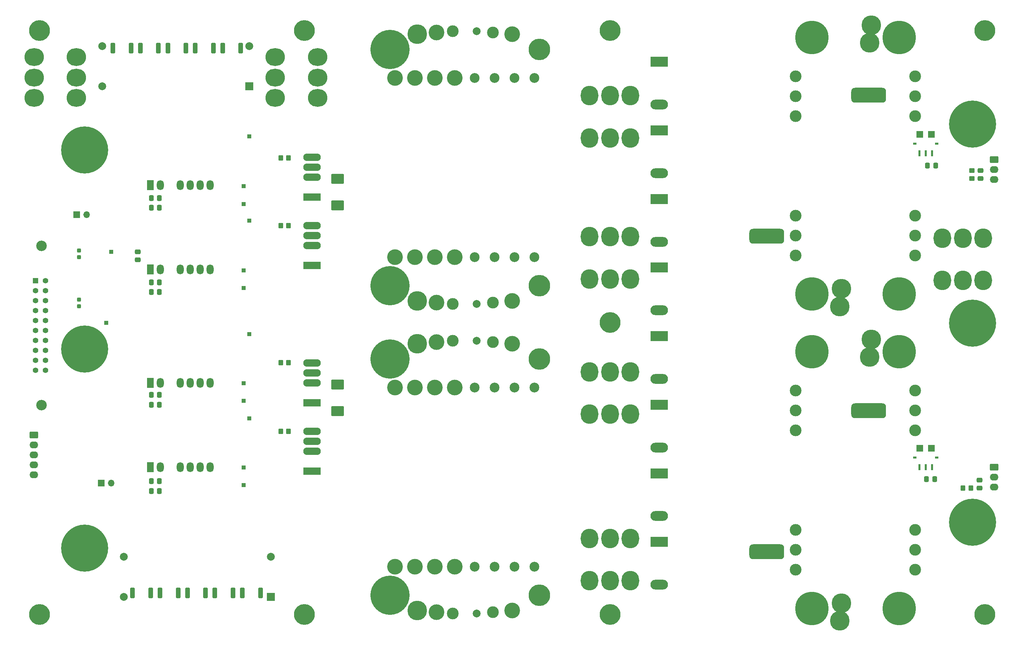
<source format=gbr>
%TF.GenerationSoftware,KiCad,Pcbnew,7.0.6*%
%TF.CreationDate,2023-08-12T12:52:26-07:00*%
%TF.ProjectId,Aux Power Supply V5,41757820-506f-4776-9572-20537570706c,rev?*%
%TF.SameCoordinates,Original*%
%TF.FileFunction,Soldermask,Bot*%
%TF.FilePolarity,Negative*%
%FSLAX46Y46*%
G04 Gerber Fmt 4.6, Leading zero omitted, Abs format (unit mm)*
G04 Created by KiCad (PCBNEW 7.0.6) date 2023-08-12 12:52:26*
%MOMM*%
%LPD*%
G01*
G04 APERTURE LIST*
G04 Aperture macros list*
%AMRoundRect*
0 Rectangle with rounded corners*
0 $1 Rounding radius*
0 $2 $3 $4 $5 $6 $7 $8 $9 X,Y pos of 4 corners*
0 Add a 4 corners polygon primitive as box body*
4,1,4,$2,$3,$4,$5,$6,$7,$8,$9,$2,$3,0*
0 Add four circle primitives for the rounded corners*
1,1,$1+$1,$2,$3*
1,1,$1+$1,$4,$5*
1,1,$1+$1,$6,$7*
1,1,$1+$1,$8,$9*
0 Add four rect primitives between the rounded corners*
20,1,$1+$1,$2,$3,$4,$5,0*
20,1,$1+$1,$4,$5,$6,$7,0*
20,1,$1+$1,$6,$7,$8,$9,0*
20,1,$1+$1,$8,$9,$2,$3,0*%
G04 Aperture macros list end*
%ADD10R,4.500000X2.500000*%
%ADD11O,4.500000X2.500000*%
%ADD12C,5.300000*%
%ADD13O,4.500000X5.000000*%
%ADD14R,1.000000X1.000000*%
%ADD15R,1.700000X1.700000*%
%ADD16O,1.700000X1.700000*%
%ADD17O,5.000000X4.500000*%
%ADD18R,4.500000X1.905000*%
%ADD19O,4.500000X1.905000*%
%ADD20C,12.000000*%
%ADD21R,1.800000X2.540000*%
%ADD22O,1.800000X2.540000*%
%ADD23R,2.006600X2.006600*%
%ADD24C,2.006600*%
%ADD25RoundRect,0.952500X3.492500X0.952500X-3.492500X0.952500X-3.492500X-0.952500X3.492500X-0.952500X0*%
%ADD26RoundRect,0.250000X-0.845000X0.620000X-0.845000X-0.620000X0.845000X-0.620000X0.845000X0.620000X0*%
%ADD27O,2.190000X1.740000*%
%ADD28C,2.000000*%
%ADD29C,3.000000*%
%ADD30C,4.000000*%
%ADD31C,5.500000*%
%ADD32C,2.500000*%
%ADD33C,10.000000*%
%ADD34C,5.000000*%
%ADD35C,2.690000*%
%ADD36R,1.398000X1.398000*%
%ADD37C,1.398000*%
%ADD38C,8.500000*%
%ADD39RoundRect,0.250000X0.475000X-0.337500X0.475000X0.337500X-0.475000X0.337500X-0.475000X-0.337500X0*%
%ADD40RoundRect,0.237500X0.237500X-0.300000X0.237500X0.300000X-0.237500X0.300000X-0.237500X-0.300000X0*%
%ADD41RoundRect,0.250000X0.362500X1.075000X-0.362500X1.075000X-0.362500X-1.075000X0.362500X-1.075000X0*%
%ADD42R,0.500000X1.600000*%
%ADD43R,0.900000X0.600000*%
%ADD44R,1.800000X1.700000*%
%ADD45RoundRect,0.250000X-0.337500X-0.475000X0.337500X-0.475000X0.337500X0.475000X-0.337500X0.475000X0*%
%ADD46RoundRect,0.250000X0.350000X0.450000X-0.350000X0.450000X-0.350000X-0.450000X0.350000X-0.450000X0*%
%ADD47RoundRect,0.250000X1.400000X1.000000X-1.400000X1.000000X-1.400000X-1.000000X1.400000X-1.000000X0*%
%ADD48RoundRect,0.250000X-0.475000X0.337500X-0.475000X-0.337500X0.475000X-0.337500X0.475000X0.337500X0*%
%ADD49RoundRect,0.250000X-0.362500X-1.075000X0.362500X-1.075000X0.362500X1.075000X-0.362500X1.075000X0*%
%ADD50RoundRect,0.250000X-0.450000X0.350000X-0.450000X-0.350000X0.450000X-0.350000X0.450000X0.350000X0*%
%ADD51RoundRect,0.237500X-0.237500X0.300000X-0.237500X-0.300000X0.237500X-0.300000X0.237500X0.300000X0*%
G04 APERTURE END LIST*
D10*
%TO.C,R36*%
X240500000Y-177000000D03*
D11*
X240500000Y-187900000D03*
%TD*%
D12*
%TO.C,H4*%
X323600000Y-213000000D03*
%TD*%
%TO.C,H8*%
X228000000Y-64000000D03*
%TD*%
D13*
%TO.C,J9*%
X222790000Y-116600000D03*
X222790000Y-127400000D03*
X228000000Y-116600000D03*
X228000000Y-127400000D03*
X233210000Y-116600000D03*
X233210000Y-127400000D03*
%TD*%
%TO.C,J8*%
X222790000Y-80600000D03*
X222790000Y-91400000D03*
X228000000Y-80600000D03*
X228000000Y-91400000D03*
X233210000Y-80600000D03*
X233210000Y-91400000D03*
%TD*%
D14*
%TO.C,TP13*%
X136000000Y-91000000D03*
%TD*%
D15*
%TO.C,JP2*%
X91975000Y-111000000D03*
D16*
X94515000Y-111000000D03*
%TD*%
D14*
%TO.C,TP10*%
X134500000Y-129750000D03*
%TD*%
D12*
%TO.C,H1*%
X82500000Y-64000000D03*
%TD*%
D17*
%TO.C,J1*%
X142600000Y-81210000D03*
X153400000Y-81210000D03*
X142600000Y-76000000D03*
X153400000Y-76000000D03*
X142600000Y-70790000D03*
X153400000Y-70790000D03*
%TD*%
D12*
%TO.C,H12*%
X150000000Y-213000000D03*
%TD*%
D10*
%TO.C,D12*%
X240500000Y-194500000D03*
D11*
X240500000Y-205400000D03*
%TD*%
D14*
%TO.C,TP5*%
X134500000Y-103750000D03*
%TD*%
%TO.C,TP9*%
X134500000Y-108250000D03*
%TD*%
D18*
%TO.C,Q1*%
X151990000Y-106480000D03*
D19*
X151990000Y-101400000D03*
X151990000Y-98860000D03*
X151990000Y-96320000D03*
%TD*%
D10*
%TO.C,R33*%
X240500000Y-72000000D03*
D11*
X240500000Y-82900000D03*
%TD*%
D20*
%TO.C,H13*%
X320500000Y-189500200D03*
%TD*%
D21*
%TO.C,U3*%
X110760000Y-103500000D03*
D22*
X113300000Y-103500000D03*
X118380000Y-103500000D03*
X120920000Y-103500000D03*
X123460000Y-103500000D03*
X126000000Y-103500000D03*
%TD*%
D14*
%TO.C,TP8*%
X134500000Y-175500000D03*
%TD*%
%TO.C,TP12*%
X134500000Y-180000000D03*
%TD*%
D21*
%TO.C,U4*%
X110760000Y-124960000D03*
D22*
X113300000Y-124960000D03*
X118380000Y-124960000D03*
X120920000Y-124960000D03*
X123460000Y-124960000D03*
X126000000Y-124960000D03*
%TD*%
D23*
%TO.C,C19*%
X136000000Y-78200000D03*
D24*
X136000000Y-68000000D03*
X98499997Y-78200000D03*
X98499997Y-68000000D03*
%TD*%
D14*
%TO.C,TP4*%
X100750000Y-120500000D03*
%TD*%
D23*
%TO.C,C20*%
X141500000Y-208500000D03*
D24*
X141500000Y-198300000D03*
X103999997Y-208500000D03*
X103999997Y-198300000D03*
%TD*%
D20*
%TO.C,H5*%
X320500000Y-138700200D03*
%TD*%
D15*
%TO.C,JP1*%
X98225000Y-179500000D03*
D16*
X100765000Y-179500000D03*
%TD*%
D25*
%TO.C,L2*%
X268000000Y-197000000D03*
X294000000Y-161000000D03*
%TD*%
D26*
%TO.C,J3*%
X325980000Y-96960000D03*
D27*
X325980000Y-99500000D03*
X325980000Y-102040000D03*
%TD*%
D18*
%TO.C,Q3*%
X151990000Y-158980000D03*
D19*
X151990000Y-153900000D03*
X151990000Y-151360000D03*
X151990000Y-148820000D03*
%TD*%
D13*
%TO.C,J10*%
X222790000Y-151100000D03*
X222790000Y-161900000D03*
X228000000Y-151100000D03*
X228000000Y-161900000D03*
X233210000Y-151100000D03*
X233210000Y-161900000D03*
%TD*%
D12*
%TO.C,H3*%
X323600000Y-64000000D03*
%TD*%
D20*
%TO.C,H15*%
X94000000Y-145250200D03*
%TD*%
D10*
%TO.C,D10*%
X240500000Y-124500000D03*
D11*
X240500000Y-135400000D03*
%TD*%
D14*
%TO.C,TP1*%
X99500000Y-138600000D03*
%TD*%
D28*
%TO.C,T2*%
X193980386Y-212772500D03*
D29*
X198124454Y-212397500D03*
D30*
X203021116Y-212022500D03*
D31*
X209980000Y-208125000D03*
D32*
X193470000Y-200822500D03*
X198550000Y-200822500D03*
X203630000Y-200822500D03*
X208710000Y-200822500D03*
X193470000Y-155102500D03*
X198550000Y-155102500D03*
X203630000Y-155102500D03*
X208710000Y-155102500D03*
D31*
X209980000Y-147800000D03*
D30*
X203021116Y-143902500D03*
D29*
X198124454Y-143527500D03*
D28*
X193980386Y-143152500D03*
D30*
X173150000Y-155102500D03*
X178230000Y-155102500D03*
X183310000Y-155102500D03*
X188390000Y-155102500D03*
D33*
X171880000Y-147800000D03*
D34*
X178838884Y-143902500D03*
D30*
X183735546Y-143527500D03*
D29*
X187879614Y-143152500D03*
X187879614Y-212772500D03*
D30*
X183735546Y-212397500D03*
D34*
X178838884Y-212022500D03*
D33*
X171880000Y-208125000D03*
D30*
X173150000Y-200822500D03*
X178230000Y-200822500D03*
X183310000Y-200822500D03*
X188390000Y-200822500D03*
%TD*%
D18*
%TO.C,Q2*%
X151990000Y-123980000D03*
D19*
X151990000Y-118900000D03*
X151990000Y-116360000D03*
X151990000Y-113820000D03*
%TD*%
D25*
%TO.C,L2*%
X268000000Y-116500000D03*
X294000000Y-80500000D03*
%TD*%
D13*
%TO.C,J11*%
X222790000Y-193600000D03*
X222790000Y-204400000D03*
X228000000Y-193600000D03*
X228000000Y-204400000D03*
X233210000Y-193600000D03*
X233210000Y-204400000D03*
%TD*%
D18*
%TO.C,Q4*%
X151990000Y-176480000D03*
D19*
X151990000Y-171400000D03*
X151990000Y-168860000D03*
X151990000Y-166320000D03*
%TD*%
D10*
%TO.C,D11*%
X240500000Y-159500000D03*
D11*
X240500000Y-170400000D03*
%TD*%
D10*
%TO.C,D9*%
X240500000Y-89500000D03*
D11*
X240500000Y-100400000D03*
%TD*%
D26*
%TO.C,J4*%
X81000000Y-167210000D03*
D27*
X81000000Y-169750000D03*
X81000000Y-172290000D03*
X81000000Y-174830000D03*
X81000000Y-177370000D03*
%TD*%
D17*
%TO.C,J6*%
X81100000Y-81210000D03*
X91900000Y-81210000D03*
X81100000Y-76000000D03*
X91900000Y-76000000D03*
X81100000Y-70790000D03*
X91900000Y-70790000D03*
%TD*%
D10*
%TO.C,R35*%
X240500000Y-142000000D03*
D11*
X240500000Y-152900000D03*
%TD*%
D20*
%TO.C,H7*%
X94000000Y-196050200D03*
%TD*%
D14*
%TO.C,TP15*%
X136000000Y-141500000D03*
%TD*%
D35*
%TO.C,J5*%
X82985000Y-118967500D03*
X82985000Y-159607500D03*
D36*
X81465000Y-127857500D03*
D37*
X84005000Y-127857500D03*
X81465000Y-130397500D03*
X84005000Y-130397500D03*
X81465000Y-132937500D03*
X84005000Y-132937500D03*
X81465000Y-135477500D03*
X84005000Y-135477500D03*
X81465000Y-138017500D03*
X84005000Y-138017500D03*
X81465000Y-140557500D03*
X84005000Y-140557500D03*
X81465000Y-143097500D03*
X84005000Y-143097500D03*
X81465000Y-145637500D03*
X84005000Y-145637500D03*
X81465000Y-148177500D03*
X84005000Y-148177500D03*
X81465000Y-150717500D03*
X84005000Y-150717500D03*
%TD*%
D20*
%TO.C,H6*%
X320500000Y-87900200D03*
%TD*%
D21*
%TO.C,U6*%
X110760000Y-175460000D03*
D22*
X113300000Y-175460000D03*
X118380000Y-175460000D03*
X120920000Y-175460000D03*
X123460000Y-175460000D03*
X126000000Y-175460000D03*
%TD*%
D34*
%TO.C,L1*%
X286613706Y-134412500D03*
D38*
X279500000Y-131250000D03*
D34*
X287027489Y-129911480D03*
D29*
X275372500Y-121372500D03*
X275372500Y-116292500D03*
X275372500Y-111212500D03*
X275372500Y-85812500D03*
X275372500Y-80732500D03*
X275372500Y-75652500D03*
D38*
X279500000Y-65775000D03*
X301725000Y-131250000D03*
D29*
X305852500Y-121372500D03*
X305852500Y-116292500D03*
X305852500Y-111212500D03*
X305852500Y-85812500D03*
X305852500Y-80732500D03*
X305852500Y-75652500D03*
D34*
X294197511Y-67113520D03*
D38*
X301725000Y-65775000D03*
D34*
X294611294Y-62612500D03*
%TD*%
D14*
%TO.C,TP16*%
X136000000Y-163000000D03*
%TD*%
D10*
%TO.C,R34*%
X240500000Y-107000000D03*
D11*
X240500000Y-117900000D03*
%TD*%
D21*
%TO.C,U5*%
X110760000Y-153960000D03*
D22*
X113300000Y-153960000D03*
X118380000Y-153960000D03*
X120920000Y-153960000D03*
X123460000Y-153960000D03*
X126000000Y-153960000D03*
%TD*%
D14*
%TO.C,TP7*%
X134500000Y-154000000D03*
%TD*%
%TO.C,TP6*%
X134500000Y-125250000D03*
%TD*%
%TO.C,TP14*%
X136000000Y-112500000D03*
%TD*%
D20*
%TO.C,H14*%
X94000000Y-94450200D03*
%TD*%
D26*
%TO.C,J12*%
X326000000Y-175460000D03*
D27*
X326000000Y-178000000D03*
X326000000Y-180540000D03*
%TD*%
D14*
%TO.C,TP11*%
X134500000Y-158500000D03*
%TD*%
D12*
%TO.C,H9*%
X228000000Y-138500000D03*
%TD*%
D28*
%TO.C,T1*%
X193980386Y-133772500D03*
D29*
X198124454Y-133397500D03*
D30*
X203021116Y-133022500D03*
D31*
X209980000Y-129125000D03*
D32*
X193470000Y-121822500D03*
X198550000Y-121822500D03*
X203630000Y-121822500D03*
X208710000Y-121822500D03*
X193470000Y-76102500D03*
X198550000Y-76102500D03*
X203630000Y-76102500D03*
X208710000Y-76102500D03*
D31*
X209980000Y-68800000D03*
D30*
X203021116Y-64902500D03*
D29*
X198124454Y-64527500D03*
D28*
X193980386Y-64152500D03*
D30*
X173150000Y-76102500D03*
X178230000Y-76102500D03*
X183310000Y-76102500D03*
X188390000Y-76102500D03*
D33*
X171880000Y-68800000D03*
D34*
X178838884Y-64902500D03*
D30*
X183735546Y-64527500D03*
D29*
X187879614Y-64152500D03*
X187879614Y-133772500D03*
D30*
X183735546Y-133397500D03*
D34*
X178838884Y-133022500D03*
D33*
X171880000Y-129125000D03*
D30*
X173150000Y-121822500D03*
X178230000Y-121822500D03*
X183310000Y-121822500D03*
X188390000Y-121822500D03*
%TD*%
D12*
%TO.C,H11*%
X150000000Y-64000000D03*
%TD*%
%TO.C,H2*%
X82500000Y-213000000D03*
%TD*%
%TO.C,H10*%
X228000000Y-213000000D03*
%TD*%
D34*
%TO.C,L2*%
X286613706Y-214637500D03*
D38*
X279500000Y-211475000D03*
D34*
X287027489Y-210136480D03*
D29*
X275372500Y-201597500D03*
X275372500Y-196517500D03*
X275372500Y-191437500D03*
X275372500Y-166037500D03*
X275372500Y-160957500D03*
X275372500Y-155877500D03*
D38*
X279500000Y-146000000D03*
X301725000Y-211475000D03*
D29*
X305852500Y-201597500D03*
X305852500Y-196517500D03*
X305852500Y-191437500D03*
X305852500Y-166037500D03*
X305852500Y-160957500D03*
X305852500Y-155877500D03*
D34*
X294197511Y-147338520D03*
D38*
X301725000Y-146000000D03*
D34*
X294611294Y-142837500D03*
%TD*%
D13*
%TO.C,J2*%
X323210000Y-127800000D03*
X323210000Y-117000000D03*
X318000000Y-127800000D03*
X318000000Y-117000000D03*
X312790000Y-127800000D03*
X312790000Y-117000000D03*
%TD*%
D39*
%TO.C,C91*%
X107500000Y-122537500D03*
X107500000Y-120462500D03*
%TD*%
D40*
%TO.C,C84*%
X92500000Y-134362500D03*
X92500000Y-132637500D03*
%TD*%
D41*
%TO.C,R18*%
X105812500Y-68500000D03*
X101187500Y-68500000D03*
%TD*%
D42*
%TO.C,IC1*%
X310100000Y-95350000D03*
X308500000Y-95350000D03*
X306900000Y-95350000D03*
D43*
X305700000Y-92850000D03*
D44*
X307000000Y-90500000D03*
X310000000Y-90500000D03*
D43*
X311300000Y-92850000D03*
%TD*%
D41*
%TO.C,R1*%
X138812500Y-207500000D03*
X134187500Y-207500000D03*
%TD*%
D45*
%TO.C,C27*%
X110962500Y-128250000D03*
X113037500Y-128250000D03*
%TD*%
D46*
%TO.C,R44*%
X320000000Y-180750000D03*
X318000000Y-180750000D03*
%TD*%
D47*
%TO.C,D6*%
X158500000Y-154350000D03*
X158500000Y-161150000D03*
%TD*%
D41*
%TO.C,R5*%
X110812500Y-207500000D03*
X106187500Y-207500000D03*
%TD*%
D48*
%TO.C,C16*%
X322500000Y-99712500D03*
X322500000Y-101787500D03*
%TD*%
D49*
%TO.C,R2*%
X127187500Y-207500000D03*
X131812500Y-207500000D03*
%TD*%
D45*
%TO.C,C24*%
X110962500Y-159500000D03*
X113037500Y-159500000D03*
%TD*%
D46*
%TO.C,FB3*%
X146000000Y-148750000D03*
X144000000Y-148750000D03*
%TD*%
D50*
%TO.C,R43*%
X320250000Y-99750000D03*
X320250000Y-101750000D03*
%TD*%
D46*
%TO.C,FB4*%
X146000000Y-166250000D03*
X144000000Y-166250000D03*
%TD*%
D39*
%TO.C,C86*%
X322250000Y-180787500D03*
X322250000Y-178712500D03*
%TD*%
D49*
%TO.C,R17*%
X108187500Y-68500000D03*
X112812500Y-68500000D03*
%TD*%
D41*
%TO.C,R12*%
X133812500Y-68500000D03*
X129187500Y-68500000D03*
%TD*%
D42*
%TO.C,IC2*%
X310100000Y-175450000D03*
X308500000Y-175450000D03*
X306900000Y-175450000D03*
D43*
X305700000Y-172950000D03*
D44*
X307000000Y-170600000D03*
X310000000Y-170600000D03*
D43*
X311300000Y-172950000D03*
%TD*%
D46*
%TO.C,FB2*%
X146000000Y-113750000D03*
X144000000Y-113750000D03*
%TD*%
D49*
%TO.C,R4*%
X113187500Y-207500000D03*
X117812500Y-207500000D03*
%TD*%
D45*
%TO.C,C87*%
X308712500Y-178500000D03*
X310787500Y-178500000D03*
%TD*%
D47*
%TO.C,D8*%
X158500000Y-101850000D03*
X158500000Y-108650000D03*
%TD*%
D41*
%TO.C,R16*%
X119812500Y-68500000D03*
X115187500Y-68500000D03*
%TD*%
D45*
%TO.C,C28*%
X110962500Y-157000000D03*
X113037500Y-157000000D03*
%TD*%
D51*
%TO.C,C85*%
X92500000Y-120137500D03*
X92500000Y-121862500D03*
%TD*%
D45*
%TO.C,C15*%
X308962500Y-98500000D03*
X311037500Y-98500000D03*
%TD*%
D41*
%TO.C,R3*%
X124812500Y-207500000D03*
X120187500Y-207500000D03*
%TD*%
D49*
%TO.C,R15*%
X122187500Y-68500000D03*
X126812500Y-68500000D03*
%TD*%
D45*
%TO.C,C23*%
X110962500Y-130750000D03*
X113037500Y-130750000D03*
%TD*%
%TO.C,C29*%
X110962500Y-179000000D03*
X113037500Y-179000000D03*
%TD*%
%TO.C,C22*%
X110962500Y-109250000D03*
X113037500Y-109250000D03*
%TD*%
%TO.C,C26*%
X110962500Y-106750000D03*
X113037500Y-106750000D03*
%TD*%
%TO.C,C25*%
X110962500Y-181500000D03*
X113037500Y-181500000D03*
%TD*%
D46*
%TO.C,FB1*%
X146000000Y-96500000D03*
X144000000Y-96500000D03*
%TD*%
M02*

</source>
